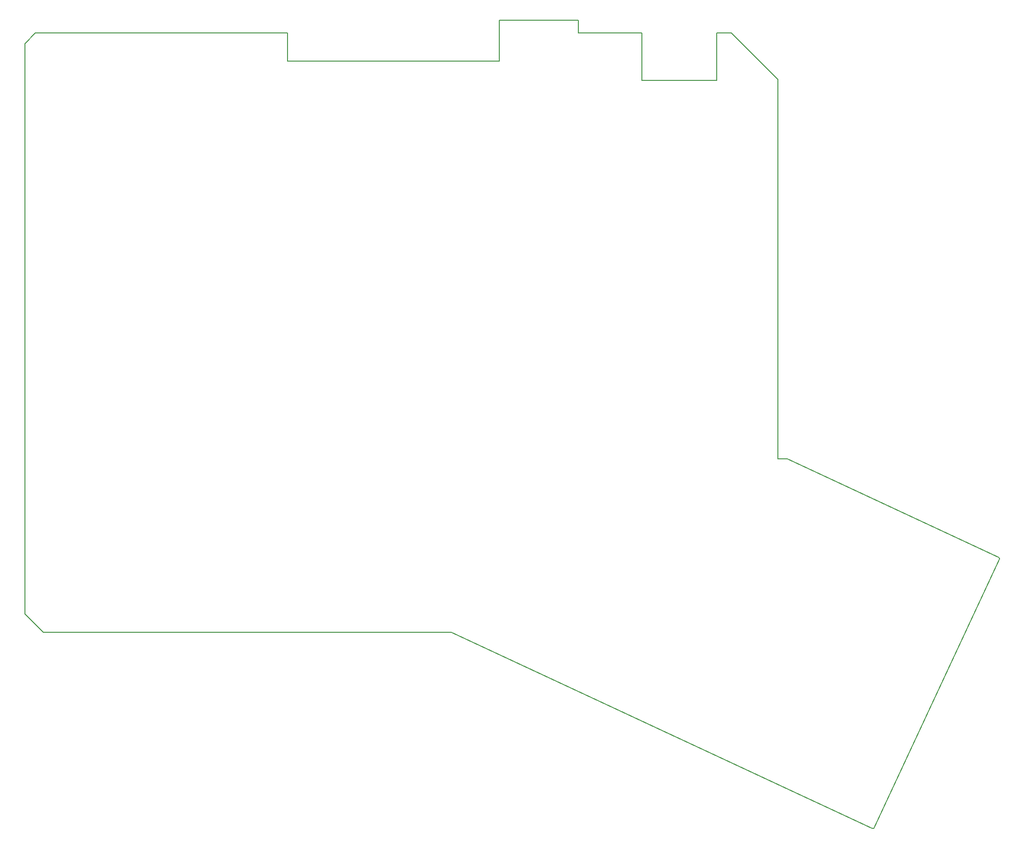
<source format=gm1>
G04 #@! TF.FileFunction,Profile,NP*
%FSLAX46Y46*%
G04 Gerber Fmt 4.6, Leading zero omitted, Abs format (unit mm)*
G04 Created by KiCad (PCBNEW (2015-07-17 BZR 5958)-product) date 8/7/2015 1:38:11 AM*
%MOMM*%
G01*
G04 APERTURE LIST*
%ADD10C,0.150000*%
%ADD11C,0.127000*%
G04 APERTURE END LIST*
D10*
D11*
X153162000Y-35941000D02*
X144780000Y-27559000D01*
X153162000Y-104267000D02*
X154813000Y-104267000D01*
X153162000Y-35941000D02*
X153162000Y-104267000D01*
X17653000Y-29464000D02*
X19558000Y-27559000D01*
X17653000Y-132207000D02*
X20955000Y-135509000D01*
X17653000Y-29464000D02*
X17653000Y-132207000D01*
X193040000Y-122301000D02*
X192913000Y-122047000D01*
X170053000Y-170815000D02*
X170434000Y-170815000D01*
X193040000Y-122301000D02*
X170434000Y-170815000D01*
X90170000Y-135509000D02*
X94361000Y-135509000D01*
X170053000Y-170815000D02*
X94361000Y-135509000D01*
X192913000Y-122047000D02*
X154813000Y-104267000D01*
X90170000Y-135509000D02*
X20955000Y-135509000D01*
X64897000Y-27559000D02*
X19558000Y-27559000D01*
X64897000Y-32639000D02*
X64897000Y-27559000D01*
X102997000Y-32639000D02*
X64897000Y-32639000D01*
X102997000Y-25273000D02*
X102997000Y-32639000D01*
X117221000Y-25273000D02*
X102997000Y-25273000D01*
X117221000Y-27559000D02*
X117221000Y-25273000D01*
X128651000Y-27559000D02*
X117221000Y-27559000D01*
X128651000Y-36068000D02*
X128651000Y-27559000D01*
X142113000Y-36068000D02*
X128651000Y-36068000D01*
X142113000Y-27559000D02*
X142113000Y-36068000D01*
X144780000Y-27559000D02*
X142113000Y-27559000D01*
M02*

</source>
